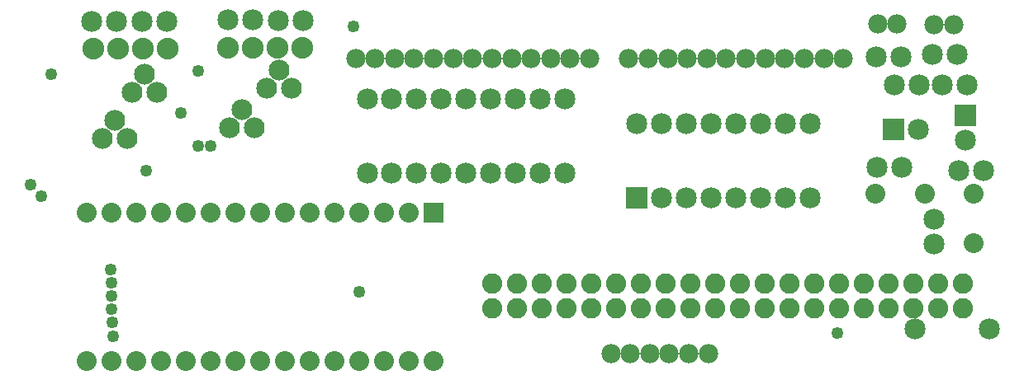
<source format=gbs>
G04 MADE WITH FRITZING*
G04 WWW.FRITZING.ORG*
G04 DOUBLE SIDED*
G04 HOLES PLATED*
G04 CONTOUR ON CENTER OF CONTOUR VECTOR*
%ASAXBY*%
%FSLAX23Y23*%
%MOIN*%
%OFA0B0*%
%SFA1.0B1.0*%
%ADD10C,0.080000*%
%ADD11C,0.081889*%
%ADD12C,0.081917*%
%ADD13C,0.085000*%
%ADD14C,0.077559*%
%ADD15C,0.088000*%
%ADD16C,0.049370*%
%ADD17C,0.084000*%
%ADD18R,0.080000X0.079972*%
%ADD19R,0.085000X0.085000*%
%LNMASK0*%
G90*
G70*
G54D10*
X1665Y653D03*
X1565Y653D03*
X1465Y653D03*
X1365Y653D03*
X1265Y653D03*
X1165Y653D03*
X1065Y653D03*
X965Y653D03*
X865Y653D03*
X765Y653D03*
X665Y653D03*
X565Y653D03*
X465Y653D03*
X365Y653D03*
X265Y653D03*
X1665Y53D03*
X1565Y53D03*
X1465Y53D03*
X1365Y53D03*
X1265Y53D03*
X1165Y53D03*
X1065Y53D03*
X965Y53D03*
X865Y53D03*
X765Y53D03*
X665Y53D03*
X565Y53D03*
X465Y53D03*
X365Y53D03*
X265Y53D03*
G54D11*
X1904Y268D03*
X2004Y268D03*
X2104Y268D03*
X2204Y268D03*
G54D12*
X2304Y268D03*
G54D11*
X2404Y268D03*
X2504Y268D03*
X2604Y268D03*
X2704Y268D03*
G54D12*
X2804Y268D03*
G54D11*
X2904Y268D03*
G54D12*
X3004Y268D03*
G54D11*
X3104Y268D03*
X3204Y268D03*
X3304Y268D03*
X3404Y268D03*
G54D12*
X3504Y268D03*
G54D11*
X3604Y268D03*
X3704Y268D03*
X3804Y268D03*
X3804Y368D03*
X3704Y368D03*
X3604Y368D03*
G54D12*
X3504Y368D03*
G54D11*
X3404Y368D03*
X3304Y368D03*
X3204Y368D03*
X3104Y368D03*
G54D12*
X3004Y368D03*
G54D11*
X2904Y368D03*
G54D12*
X2804Y368D03*
G54D11*
X2704Y368D03*
X2604Y368D03*
X2504Y368D03*
X2404Y368D03*
G54D12*
X2304Y368D03*
G54D11*
X2204Y368D03*
X2104Y368D03*
X2004Y368D03*
X1904Y368D03*
G54D13*
X1398Y814D03*
X1398Y1114D03*
X1495Y814D03*
X1495Y1114D03*
X1595Y814D03*
X1595Y1114D03*
X1695Y814D03*
X1695Y1114D03*
X1795Y814D03*
X1795Y1114D03*
X1895Y814D03*
X1895Y1114D03*
X1995Y814D03*
X1995Y1114D03*
X2095Y814D03*
X2095Y1114D03*
X2195Y814D03*
X2195Y1114D03*
X1139Y1431D03*
X1039Y1431D03*
X937Y1434D03*
X837Y1434D03*
X285Y1427D03*
X385Y1427D03*
X490Y1427D03*
X590Y1427D03*
G54D14*
X2296Y1277D03*
X2217Y1277D03*
X2138Y1277D03*
X2060Y1277D03*
X1981Y1277D03*
X1902Y1277D03*
X1823Y1277D03*
X1745Y1277D03*
X1666Y1277D03*
X1587Y1277D03*
X1509Y1277D03*
X1430Y1277D03*
X1351Y1277D03*
X2453Y1277D03*
X2532Y1277D03*
X2611Y1277D03*
X2690Y1277D03*
X2768Y1277D03*
X2847Y1277D03*
X2926Y1277D03*
X3005Y1277D03*
X3083Y1277D03*
X3162Y1277D03*
X3241Y1277D03*
X3320Y1277D03*
X2381Y84D03*
X2460Y84D03*
X2538Y84D03*
X2617Y84D03*
X2696Y84D03*
X2775Y84D03*
X3536Y1416D03*
X3458Y1416D03*
X3687Y1414D03*
X3766Y1414D03*
G54D15*
X1135Y1321D03*
X1035Y1321D03*
X935Y1321D03*
X835Y1321D03*
X593Y1318D03*
X493Y1318D03*
X393Y1318D03*
X293Y1318D03*
G54D13*
X3687Y626D03*
X3687Y526D03*
X3908Y184D03*
X3608Y184D03*
X3456Y835D03*
X3556Y835D03*
X3785Y822D03*
X3885Y822D03*
G54D10*
X3450Y731D03*
X3650Y731D03*
X3846Y529D03*
X3846Y729D03*
G54D13*
X3523Y991D03*
X3623Y991D03*
X3811Y1045D03*
X3811Y945D03*
X2486Y713D03*
X2486Y1013D03*
X2586Y713D03*
X2586Y1013D03*
X2686Y713D03*
X2686Y1013D03*
X2786Y713D03*
X2786Y1013D03*
X2886Y713D03*
X2886Y1013D03*
X2986Y713D03*
X2986Y1013D03*
X3086Y713D03*
X3086Y1013D03*
X3186Y713D03*
X3186Y1013D03*
G54D16*
X3297Y168D03*
G54D13*
X3552Y1283D03*
X3452Y1283D03*
X3680Y1293D03*
X3780Y1293D03*
X3627Y1169D03*
X3527Y1169D03*
X3719Y1171D03*
X3819Y1171D03*
G54D17*
X449Y1139D03*
X499Y1214D03*
X549Y1139D03*
X330Y952D03*
X380Y1027D03*
X430Y952D03*
X991Y1155D03*
X1041Y1230D03*
X1091Y1155D03*
X843Y996D03*
X893Y1071D03*
X943Y996D03*
G54D16*
X1341Y1405D03*
X366Y370D03*
X363Y424D03*
X1365Y333D03*
X366Y317D03*
X366Y264D03*
X371Y154D03*
X369Y210D03*
X123Y1214D03*
X81Y720D03*
X767Y924D03*
X39Y765D03*
X716Y922D03*
X716Y1225D03*
X646Y1056D03*
X506Y823D03*
G54D18*
X1665Y653D03*
G54D19*
X3523Y991D03*
X3811Y1045D03*
X2486Y713D03*
G04 End of Mask0*
M02*
</source>
